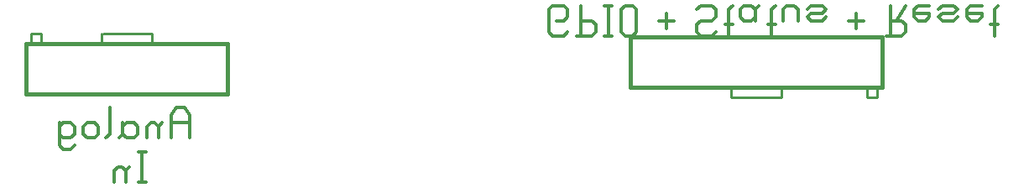
<source format=gbr>
G04 start of page 9 for group -4078 idx -4078 *
G04 Title: (unknown), bottomsilk *
G04 Creator: pcb 20140316 *
G04 CreationDate: Tue 28 Aug 2018 05:59:29 PM GMT UTC *
G04 For: thomasc *
G04 Format: Gerber/RS-274X *
G04 PCB-Dimensions (mil): 5300.00 1250.00 *
G04 PCB-Coordinate-Origin: lower left *
%MOIN*%
%FSLAX25Y25*%
%LNBOTTOMSILK*%
%ADD54C,0.0100*%
%ADD53C,0.0150*%
%ADD52C,0.0120*%
G54D52*X165000Y35000D02*Y44000D01*
X162900Y47000D01*
X159600D02*X162900D01*
X159600D02*X157500Y44000D01*
Y35000D02*Y44000D01*
Y41000D02*X165000D01*
X152400Y35000D02*Y39500D01*
X150900Y41000D01*
X149400D02*X150900D01*
X149400D02*X147900Y39500D01*
Y35000D02*Y39500D01*
X153900Y41000D02*X152400Y39500D01*
X139800Y41000D02*X138300Y39500D01*
X139800Y41000D02*X142800D01*
X144300Y39500D02*X142800Y41000D01*
X144300Y36500D02*Y39500D01*
Y36500D02*X142800Y35000D01*
X138300Y36500D02*Y41000D01*
Y36500D02*X136800Y35000D01*
X139800D02*X142800D01*
X139800D02*X138300Y36500D01*
X133200D02*Y47000D01*
Y36500D02*X131700Y35000D01*
X128700Y36500D02*Y39500D01*
X127200Y41000D01*
X124200D02*X127200D01*
X124200D02*X122700Y39500D01*
Y36500D02*Y39500D01*
X124200Y35000D02*X122700Y36500D01*
X124200Y35000D02*X127200D01*
X128700Y36500D02*X127200Y35000D01*
X114600Y41000D02*X113100Y39500D01*
X114600Y41000D02*X117600D01*
X119100Y39500D02*X117600Y41000D01*
X119100Y36500D02*Y39500D01*
Y36500D02*X117600Y35000D01*
X114600D02*X117600D01*
X114600D02*X113100Y36500D01*
X119100Y32000D02*X117600Y30500D01*
X114600D02*X117600D01*
X114600D02*X113100Y32000D01*
Y41000D01*
X144500Y29500D02*X147500D01*
X146000Y17500D02*Y29500D01*
X144500Y17500D02*X147500D01*
X139400D02*Y22000D01*
X137900Y23500D01*
X136400D02*X137900D01*
X136400D02*X134900Y22000D01*
Y17500D02*Y22000D01*
X140900Y23500D02*X139400Y22000D01*
X313500Y75500D02*X315000Y77000D01*
X309000Y75500D02*X313500D01*
X307500Y77000D02*X309000Y75500D01*
X307500Y77000D02*Y86000D01*
X309000Y87500D01*
X313500D01*
X315000Y86000D01*
Y83000D02*Y86000D01*
X313500Y81500D02*X315000Y83000D01*
X310500Y81500D02*X313500D01*
X320100Y75500D02*Y87500D01*
X318600Y75500D02*X324600D01*
X326100Y77000D01*
Y80000D01*
X324600Y81500D02*X326100Y80000D01*
X320100Y81500D02*X324600D01*
X329700Y75500D02*X332700D01*
X331200D02*Y87500D01*
X329700D02*X332700D01*
X336300Y77000D02*Y86000D01*
Y77000D02*X337800Y75500D01*
X340800D01*
X342300Y77000D01*
Y86000D01*
X340800Y87500D02*X342300Y86000D01*
X337800Y87500D02*X340800D01*
X336300Y86000D02*X337800Y87500D01*
X351300Y81500D02*X357300D01*
X354300Y78500D02*Y84500D01*
X372300Y75500D02*X373800Y77000D01*
X367800Y75500D02*X372300D01*
X366300Y77000D02*X367800Y75500D01*
X366300Y77000D02*Y80000D01*
X367800Y81500D01*
X372300D01*
X373800Y83000D01*
Y86000D01*
X372300Y87500D02*X373800Y86000D01*
X367800Y87500D02*X372300D01*
X366300Y86000D02*X367800Y87500D01*
X378900Y75500D02*Y86000D01*
X380400Y87500D01*
X377400Y80000D02*X380400D01*
X387900Y81500D02*X389400Y83000D01*
X384900Y81500D02*X387900D01*
X383400Y83000D02*X384900Y81500D01*
X383400Y83000D02*Y86000D01*
X384900Y87500D01*
X389400Y81500D02*Y86000D01*
X390900Y87500D01*
X384900D02*X387900D01*
X389400Y86000D01*
X396000Y75500D02*Y86000D01*
X397500Y87500D01*
X394500Y80000D02*X397500D01*
X400500Y81500D02*Y86000D01*
X402000Y87500D01*
X405000D01*
X406500Y86000D01*
Y81500D02*Y86000D01*
X411600Y87500D02*X416100D01*
X417600Y86000D01*
X416100Y84500D02*X417600Y86000D01*
X411600Y84500D02*X416100D01*
X410100Y83000D02*X411600Y84500D01*
X410100Y83000D02*X411600Y81500D01*
X416100D01*
X417600Y83000D01*
X410100Y86000D02*X411600Y87500D01*
X426600Y81500D02*X432600D01*
X429600Y78500D02*Y84500D01*
X441600Y75500D02*X447600D01*
X449100Y77000D01*
Y80000D01*
X447600Y81500D02*X449100Y80000D01*
X443100Y81500D02*X447600D01*
X443100Y75500D02*Y87500D01*
X445500Y81500D02*X449100Y87500D01*
X454200D02*X458700D01*
X452700Y86000D02*X454200Y87500D01*
X452700Y83000D02*Y86000D01*
Y83000D02*X454200Y81500D01*
X457200D01*
X458700Y83000D01*
X452700Y84500D02*X458700D01*
Y83000D02*Y84500D01*
X463800Y87500D02*X468300D01*
X469800Y86000D01*
X468300Y84500D02*X469800Y86000D01*
X463800Y84500D02*X468300D01*
X462300Y83000D02*X463800Y84500D01*
X462300Y83000D02*X463800Y81500D01*
X468300D01*
X469800Y83000D01*
X462300Y86000D02*X463800Y87500D01*
X474900D02*X479400D01*
X473400Y86000D02*X474900Y87500D01*
X473400Y83000D02*Y86000D01*
Y83000D02*X474900Y81500D01*
X477900D01*
X479400Y83000D01*
X473400Y84500D02*X479400D01*
Y83000D02*Y84500D01*
X484500Y75500D02*Y86000D01*
X486000Y87500D01*
X483000Y80000D02*X486000D01*
G54D53*X340000Y75000D02*Y55000D01*
X440000Y75000D02*Y55000D01*
G54D54*X438000D02*Y51000D01*
G54D53*X340000Y55000D02*X440000D01*
G54D54*X434000Y51000D02*X438000D01*
G54D53*X340000Y75000D02*X440000D01*
G54D54*X434000Y55000D02*Y51000D01*
X380000Y55000D02*Y51000D01*
X400000Y55000D02*Y51000D01*
X380000D02*X399500D01*
G54D53*X180000Y72500D02*Y52500D01*
X100000Y72500D02*Y52500D01*
G54D54*X102000Y76500D02*Y72500D01*
G54D53*X100000D02*X180000D01*
G54D54*X102000Y76500D02*X106000D01*
G54D53*X100000Y52500D02*X180000D01*
G54D54*X106000Y76500D02*Y72500D01*
X150000Y76500D02*Y72500D01*
X130000Y76500D02*Y72500D01*
X130500Y76500D02*X150000D01*
M02*

</source>
